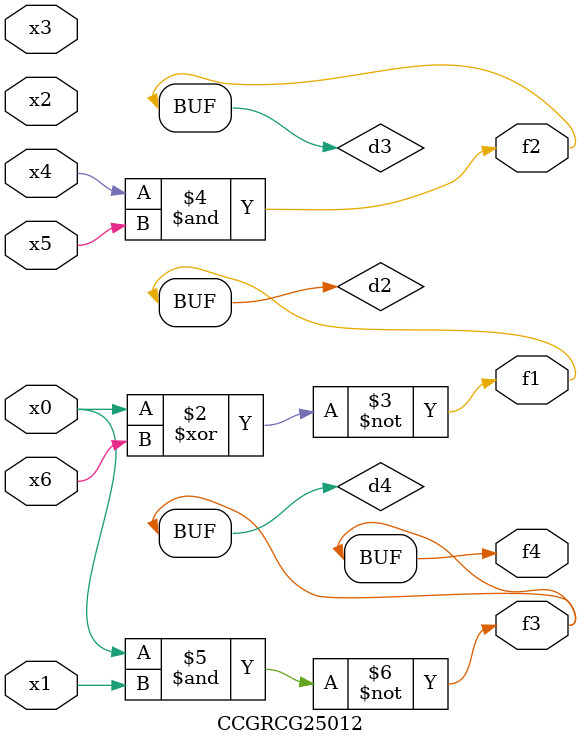
<source format=v>
module CCGRCG25012(
	input x0, x1, x2, x3, x4, x5, x6,
	output f1, f2, f3, f4
);

	wire d1, d2, d3, d4;

	nor (d1, x0);
	xnor (d2, x0, x6);
	and (d3, x4, x5);
	nand (d4, x0, x1);
	assign f1 = d2;
	assign f2 = d3;
	assign f3 = d4;
	assign f4 = d4;
endmodule

</source>
